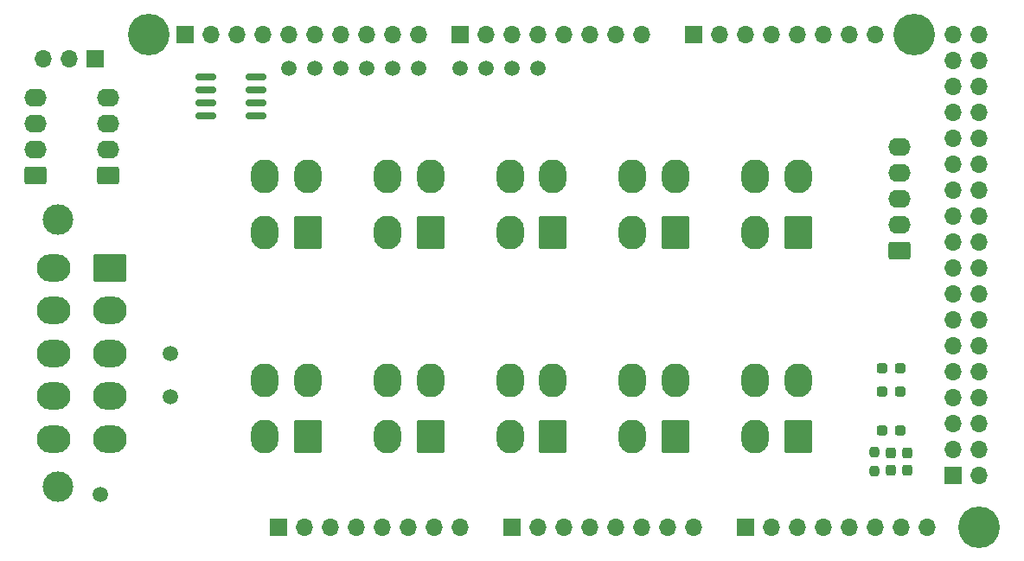
<source format=gbr>
%TF.GenerationSoftware,KiCad,Pcbnew,(6.0.9)*%
%TF.CreationDate,2023-01-09T21:16:19-09:00*%
%TF.ProjectId,ABSIS_Backlight_Controller,41425349-535f-4426-9163-6b6c69676874,rev?*%
%TF.SameCoordinates,Original*%
%TF.FileFunction,Soldermask,Top*%
%TF.FilePolarity,Negative*%
%FSLAX46Y46*%
G04 Gerber Fmt 4.6, Leading zero omitted, Abs format (unit mm)*
G04 Created by KiCad (PCBNEW (6.0.9)) date 2023-01-09 21:16:19*
%MOMM*%
%LPD*%
G01*
G04 APERTURE LIST*
G04 Aperture macros list*
%AMRoundRect*
0 Rectangle with rounded corners*
0 $1 Rounding radius*
0 $2 $3 $4 $5 $6 $7 $8 $9 X,Y pos of 4 corners*
0 Add a 4 corners polygon primitive as box body*
4,1,4,$2,$3,$4,$5,$6,$7,$8,$9,$2,$3,0*
0 Add four circle primitives for the rounded corners*
1,1,$1+$1,$2,$3*
1,1,$1+$1,$4,$5*
1,1,$1+$1,$6,$7*
1,1,$1+$1,$8,$9*
0 Add four rect primitives between the rounded corners*
20,1,$1+$1,$2,$3,$4,$5,0*
20,1,$1+$1,$4,$5,$6,$7,0*
20,1,$1+$1,$6,$7,$8,$9,0*
20,1,$1+$1,$8,$9,$2,$3,0*%
G04 Aperture macros list end*
%ADD10C,4.064000*%
%ADD11C,1.500000*%
%ADD12C,3.000000*%
%ADD13RoundRect,0.250001X-1.399999X1.099999X-1.399999X-1.099999X1.399999X-1.099999X1.399999X1.099999X0*%
%ADD14O,3.300000X2.700000*%
%ADD15RoundRect,0.250001X1.099999X1.399999X-1.099999X1.399999X-1.099999X-1.399999X1.099999X-1.399999X0*%
%ADD16O,2.700000X3.300000*%
%ADD17RoundRect,0.237500X0.287500X0.237500X-0.287500X0.237500X-0.287500X-0.237500X0.287500X-0.237500X0*%
%ADD18RoundRect,0.237500X0.237500X-0.287500X0.237500X0.287500X-0.237500X0.287500X-0.237500X-0.287500X0*%
%ADD19RoundRect,0.150000X-0.825000X-0.150000X0.825000X-0.150000X0.825000X0.150000X-0.825000X0.150000X0*%
%ADD20RoundRect,0.249999X0.845001X-0.620001X0.845001X0.620001X-0.845001X0.620001X-0.845001X-0.620001X0*%
%ADD21O,2.190000X1.740000*%
%ADD22R,1.700000X1.700000*%
%ADD23O,1.700000X1.700000*%
%ADD24RoundRect,0.237500X0.237500X-0.250000X0.237500X0.250000X-0.237500X0.250000X-0.237500X-0.250000X0*%
G04 APERTURE END LIST*
D10*
%TO.C,MK3*%
X96520000Y2540000D03*
%TD*%
%TO.C,MK4*%
X15240000Y50800000D03*
%TD*%
%TO.C,MK6*%
X90170000Y50800000D03*
%TD*%
D11*
%TO.C,TP1*%
X10524000Y5688000D03*
%TD*%
%TO.C,TP2*%
X17336000Y19494000D03*
%TD*%
%TO.C,TP4*%
X17399000Y15304000D03*
%TD*%
%TO.C,TP11*%
X45720000Y47498000D03*
%TD*%
D12*
%TO.C,J1*%
X6390000Y6440000D03*
X6390000Y32640000D03*
D13*
X11430000Y27940000D03*
D14*
X11430000Y23740000D03*
X11430000Y19540000D03*
X11430000Y15340000D03*
X11430000Y11140000D03*
X5930000Y27940000D03*
X5930000Y23740000D03*
X5930000Y19540000D03*
X5930000Y15340000D03*
X5930000Y11140000D03*
%TD*%
D15*
%TO.C,J3*%
X42820000Y31360000D03*
D16*
X38620000Y31360000D03*
X42820000Y36860000D03*
X38620000Y36860000D03*
%TD*%
D15*
%TO.C,J4*%
X54820000Y31360000D03*
D16*
X50620000Y31360000D03*
X54820000Y36860000D03*
X50620000Y36860000D03*
%TD*%
D15*
%TO.C,J5*%
X66820000Y31360000D03*
D16*
X62620000Y31360000D03*
X66820000Y36860000D03*
X62620000Y36860000D03*
%TD*%
D15*
%TO.C,J6*%
X78820000Y31360000D03*
D16*
X74620000Y31360000D03*
X78820000Y36860000D03*
X74620000Y36860000D03*
%TD*%
D15*
%TO.C,J7*%
X30820000Y11360000D03*
D16*
X26620000Y11360000D03*
X30820000Y16860000D03*
X26620000Y16860000D03*
%TD*%
D15*
%TO.C,J8*%
X42820000Y11360000D03*
D16*
X38620000Y11360000D03*
X42820000Y16860000D03*
X38620000Y16860000D03*
%TD*%
D15*
%TO.C,J9*%
X54820000Y11360000D03*
D16*
X50620000Y11360000D03*
X54820000Y16860000D03*
X50620000Y16860000D03*
%TD*%
D15*
%TO.C,J10*%
X66820000Y11360000D03*
D16*
X62620000Y11360000D03*
X66820000Y16860000D03*
X62620000Y16860000D03*
%TD*%
D15*
%TO.C,J11*%
X78820000Y11360000D03*
D16*
X74620000Y11360000D03*
X78820000Y16860000D03*
X74620000Y16860000D03*
%TD*%
D11*
%TO.C,TP6*%
X31496000Y47498000D03*
%TD*%
%TO.C,TP5*%
X28956000Y47498000D03*
%TD*%
%TO.C,TP12*%
X48260000Y47498000D03*
%TD*%
%TO.C,TP10*%
X41656000Y47498000D03*
%TD*%
%TO.C,TP9*%
X39116000Y47498000D03*
%TD*%
%TO.C,TP13*%
X50800000Y47498000D03*
%TD*%
%TO.C,TP8*%
X36576000Y47498000D03*
%TD*%
%TO.C,TP14*%
X53340000Y47498000D03*
%TD*%
%TO.C,TP7*%
X34036000Y47498000D03*
%TD*%
D15*
%TO.C,J2*%
X30820000Y31360000D03*
D16*
X26620000Y31360000D03*
X30820000Y36860000D03*
X26620000Y36860000D03*
%TD*%
D17*
%TO.C,D1*%
X88788000Y18038000D03*
X87038000Y18038000D03*
%TD*%
%TO.C,D2*%
X88805000Y15820000D03*
X87055000Y15820000D03*
%TD*%
D18*
%TO.C,R1*%
X89530000Y8055000D03*
X89530000Y9805000D03*
%TD*%
%TO.C,R2*%
X87925000Y8055000D03*
X87925000Y9805000D03*
%TD*%
D19*
%TO.C,U1*%
X20814000Y46582000D03*
X20814000Y45312000D03*
X20814000Y44042000D03*
X20814000Y42772000D03*
X25764000Y42772000D03*
X25764000Y44042000D03*
X25764000Y45312000D03*
X25764000Y46582000D03*
%TD*%
D20*
%TO.C,J12*%
X4174000Y36930000D03*
D21*
X4174000Y39470000D03*
X4174000Y42010000D03*
X4174000Y44550000D03*
%TD*%
D20*
%TO.C,J13*%
X11286000Y36930000D03*
D21*
X11286000Y39470000D03*
X11286000Y42010000D03*
X11286000Y44550000D03*
%TD*%
D22*
%TO.C,J16*%
X10016000Y48360000D03*
D23*
X7476000Y48360000D03*
X4936000Y48360000D03*
%TD*%
D20*
%TO.C,J14*%
X88770000Y29560000D03*
D21*
X88770000Y32100000D03*
X88770000Y34640000D03*
X88770000Y37180000D03*
X88770000Y39720000D03*
%TD*%
D17*
%TO.C,D3*%
X88830000Y11970000D03*
X87080000Y11970000D03*
%TD*%
D24*
%TO.C,R3*%
X86320000Y8017500D03*
X86320000Y9842500D03*
%TD*%
D22*
%TO.C,P1*%
X93980000Y7620000D03*
D23*
X96520000Y7620000D03*
X93980000Y10160000D03*
X96520000Y10160000D03*
X93980000Y12700000D03*
X96520000Y12700000D03*
X93980000Y15240000D03*
X96520000Y15240000D03*
X93980000Y17780000D03*
X96520000Y17780000D03*
X93980000Y20320000D03*
X96520000Y20320000D03*
X93980000Y22860000D03*
X96520000Y22860000D03*
X93980000Y25400000D03*
X96520000Y25400000D03*
X93980000Y27940000D03*
X96520000Y27940000D03*
X93980000Y30480000D03*
X96520000Y30480000D03*
X93980000Y33020000D03*
X96520000Y33020000D03*
X93980000Y35560000D03*
X96520000Y35560000D03*
X93980000Y38100000D03*
X96520000Y38100000D03*
X93980000Y40640000D03*
X96520000Y40640000D03*
X93980000Y43180000D03*
X96520000Y43180000D03*
X93980000Y45720000D03*
X96520000Y45720000D03*
X93980000Y48260000D03*
X96520000Y48260000D03*
X93980000Y50800000D03*
X96520000Y50800000D03*
%TD*%
D22*
%TO.C,P2*%
X27940000Y2540000D03*
D23*
X30480000Y2540000D03*
X33020000Y2540000D03*
X35560000Y2540000D03*
X38100000Y2540000D03*
X40640000Y2540000D03*
X43180000Y2540000D03*
X45720000Y2540000D03*
%TD*%
D22*
%TO.C,P3*%
X50800000Y2540000D03*
D23*
X53340000Y2540000D03*
X55880000Y2540000D03*
X58420000Y2540000D03*
X60960000Y2540000D03*
X63500000Y2540000D03*
X66040000Y2540000D03*
X68580000Y2540000D03*
%TD*%
D22*
%TO.C,P4*%
X73660000Y2540000D03*
D23*
X76200000Y2540000D03*
X78740000Y2540000D03*
X81280000Y2540000D03*
X83820000Y2540000D03*
X86360000Y2540000D03*
X88900000Y2540000D03*
X91440000Y2540000D03*
%TD*%
D22*
%TO.C,P5*%
X18796000Y50800000D03*
D23*
X21336000Y50800000D03*
X23876000Y50800000D03*
X26416000Y50800000D03*
X28956000Y50800000D03*
X31496000Y50800000D03*
X34036000Y50800000D03*
X36576000Y50800000D03*
X39116000Y50800000D03*
X41656000Y50800000D03*
%TD*%
D22*
%TO.C,P6*%
X45720000Y50800000D03*
D23*
X48260000Y50800000D03*
X50800000Y50800000D03*
X53340000Y50800000D03*
X55880000Y50800000D03*
X58420000Y50800000D03*
X60960000Y50800000D03*
X63500000Y50800000D03*
%TD*%
D22*
%TO.C,P7*%
X68580000Y50800000D03*
D23*
X71120000Y50800000D03*
X73660000Y50800000D03*
X76200000Y50800000D03*
X78740000Y50800000D03*
X81280000Y50800000D03*
X83820000Y50800000D03*
X86360000Y50800000D03*
%TD*%
M02*

</source>
